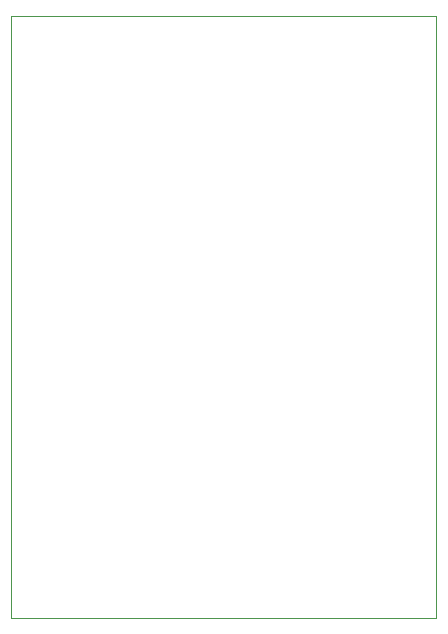
<source format=gbr>
G04 #@! TF.GenerationSoftware,KiCad,Pcbnew,(5.1.9)-1*
G04 #@! TF.CreationDate,2022-07-29T13:53:29-06:00*
G04 #@! TF.ProjectId,ABSIS_ALE_Relay_Module,41425349-535f-4414-9c45-5f52656c6179,1*
G04 #@! TF.SameCoordinates,Original*
G04 #@! TF.FileFunction,Profile,NP*
%FSLAX46Y46*%
G04 Gerber Fmt 4.6, Leading zero omitted, Abs format (unit mm)*
G04 Created by KiCad (PCBNEW (5.1.9)-1) date 2022-07-29 13:53:29*
%MOMM*%
%LPD*%
G01*
G04 APERTURE LIST*
G04 #@! TA.AperFunction,Profile*
%ADD10C,0.100000*%
G04 #@! TD*
G04 APERTURE END LIST*
D10*
X157810000Y-114810000D02*
X157810000Y-63810000D01*
X121810000Y-114810000D02*
X157810000Y-114810000D01*
X121810000Y-63810000D02*
X121810000Y-114810000D01*
X157810000Y-63810000D02*
X121810000Y-63810000D01*
M02*

</source>
